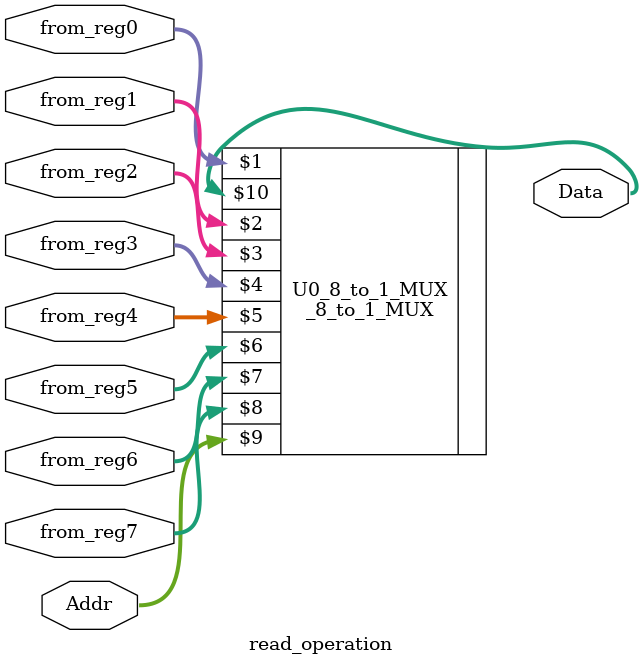
<source format=v>
module read_operation(Addr, Data, from_reg0, from_reg1, from_reg2, from_reg3, from_reg4, from_reg5, from_reg6, from_reg7);
  // Read Operation Module
  // Inputs: Register Data (from_reg0 to from_reg7), Address (Addr)
  // Output: Data output (Data)

  input [31:0] from_reg0, from_reg1, from_reg2, from_reg3, from_reg4, from_reg5, from_reg6, from_reg7; // Data from registers
  input [2:0] Addr; // Address for selecting data from registers
  output [31:0] Data; // Data output based on the selected address
  
  // Instantiate 8-to-1 MUX to select data based on the address
  _8_to_1_MUX U0_8_to_1_MUX(from_reg0, from_reg1, from_reg2, from_reg3, from_reg4, from_reg5, from_reg6, from_reg7, Addr, Data);	
endmodule

</source>
